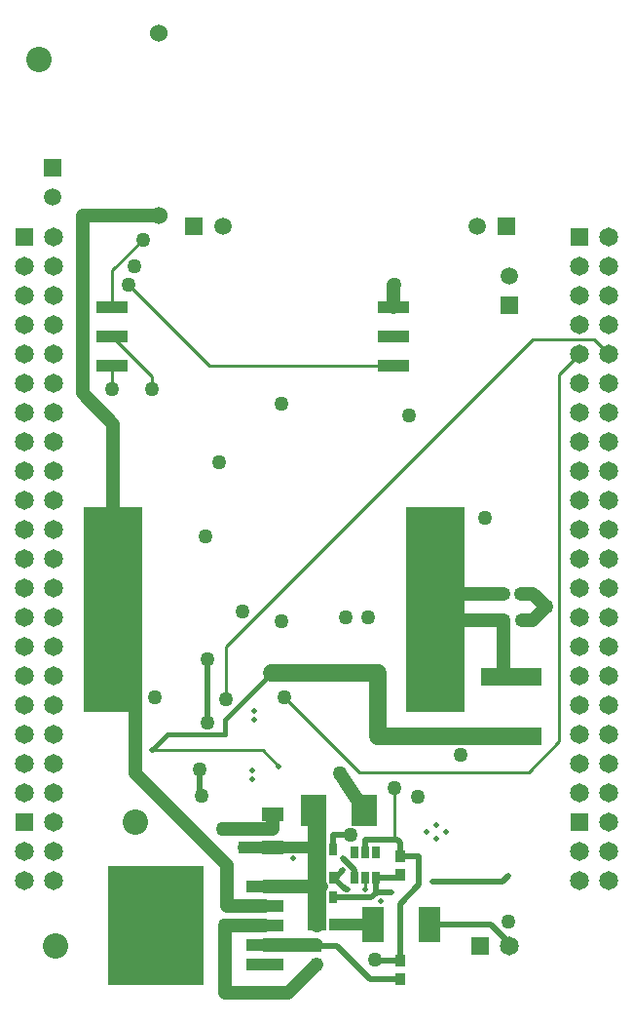
<source format=gbl>
%FSLAX25Y25*%
%MOIN*%
G70*
G01*
G75*
G04 Layer_Physical_Order=4*
G04 Layer_Color=16711680*
%ADD10R,0.03937X0.03740*%
%ADD11R,0.03740X0.03937*%
%ADD12R,0.02362X0.05906*%
%ADD13R,0.02559X0.04331*%
%ADD14R,0.03150X0.02362*%
%ADD15R,0.08465X0.06693*%
%ADD16O,0.00945X0.02362*%
%ADD17R,0.05906X0.07480*%
%ADD18R,0.03150X0.03150*%
%ADD19R,0.04724X0.07874*%
%ADD20O,0.02362X0.00984*%
%ADD21R,0.06300X0.05000*%
%ADD22R,0.04724X0.03937*%
%ADD23R,0.08661X0.03937*%
%ADD24R,0.04331X0.02559*%
%ADD25O,0.02362X0.06299*%
%ADD26O,0.06299X0.02362*%
%ADD27C,0.01000*%
%ADD28C,0.02000*%
%ADD29C,0.01500*%
%ADD30C,0.06300*%
%ADD31C,0.03500*%
%ADD32C,0.02200*%
%ADD33C,0.06500*%
%ADD34C,0.04500*%
%ADD35C,0.06000*%
%ADD36C,0.04000*%
%ADD37R,0.01732X0.00787*%
%ADD38C,0.06000*%
%ADD39C,0.08700*%
%ADD40R,0.05906X0.05906*%
%ADD41C,0.05906*%
%ADD42R,0.06496X0.06496*%
%ADD43C,0.06496*%
%ADD44R,0.05906X0.05906*%
%ADD45R,0.06496X0.06496*%
%ADD46C,0.02000*%
%ADD47C,0.01969*%
%ADD48C,0.05000*%
%ADD49R,0.20079X0.70079*%
%ADD50R,0.32677X0.41142*%
%ADD51R,0.12598X0.04134*%
%ADD52R,0.20866X0.06299*%
%ADD53R,0.08500X0.10799*%
%ADD54R,0.07717X0.12402*%
%ADD55R,0.07284X0.05118*%
%ADD56R,0.11024X0.03937*%
%ADD57R,0.02500X0.04200*%
D10*
X171350Y-208500D02*
D03*
X177650D02*
D03*
X171256Y-199500D02*
D03*
X177555D02*
D03*
D11*
X136000Y-295650D02*
D03*
Y-289350D02*
D03*
Y-331150D02*
D03*
Y-324850D02*
D03*
X107500Y-326150D02*
D03*
Y-319850D02*
D03*
X82500Y-286150D02*
D03*
Y-279850D02*
D03*
D13*
X105760Y-296449D02*
D03*
X109500D02*
D03*
X113240D02*
D03*
Y-287000D02*
D03*
X109500D02*
D03*
X105760D02*
D03*
Y-312724D02*
D03*
X109500D02*
D03*
X113240D02*
D03*
Y-303276D02*
D03*
X109500D02*
D03*
X105760D02*
D03*
D27*
X96500Y-235000D02*
X122000Y-260500D01*
X142000D01*
X37413Y-101646D02*
Y-89087D01*
X48000Y-78500D01*
X37413Y-111646D02*
X51000Y-125232D01*
Y-129500D02*
Y-125232D01*
X37500Y-129500D02*
Y-121732D01*
X70646Y-121646D02*
X133913D01*
X43000Y-94000D02*
X70646Y-121646D01*
X76500Y-235500D02*
Y-217500D01*
X181500Y-112500D01*
X202500D01*
X207500Y-117500D01*
X134000Y-282500D02*
Y-266000D01*
Y-282500D02*
X135000Y-283500D01*
X124000Y-300500D02*
Y-296500D01*
X190500Y-124500D02*
X197500Y-117500D01*
X190500Y-250000D02*
Y-124500D01*
X142000Y-260500D02*
X180000D01*
X190500Y-250000D01*
X89000Y-253000D02*
X94500Y-258500D01*
X51000Y-253000D02*
X89000D01*
D28*
X114051Y-296449D02*
X116500Y-294000D01*
X113240Y-296449D02*
X114051D01*
X116500Y-290000D02*
X120300Y-293800D01*
Y-296500D02*
Y-293800D01*
X113240Y-296449D02*
X117291Y-300500D01*
X118000D01*
X113240Y-303276D02*
X126224D01*
X127700Y-301800D01*
Y-296500D01*
X135150D01*
X136000Y-289350D02*
Y-284500D01*
X135000Y-283500D02*
X136000Y-284500D01*
X124000Y-283500D02*
X135000D01*
X124000Y-287800D02*
Y-283500D01*
X107500Y-319850D02*
X114350D01*
X125650Y-331150D01*
X136000D01*
Y-324850D02*
Y-305500D01*
X142500Y-299000D01*
Y-289350D01*
X136000D02*
X142500D01*
X167000Y-312500D02*
X174000Y-319500D01*
X146165Y-312500D02*
X167000D01*
X70000Y-243500D02*
Y-222000D01*
X128000Y-301500D02*
X133000D01*
X147000Y-298000D02*
X171000D01*
X173000Y-296000D01*
X67500Y-268500D02*
X68000D01*
X67500D02*
Y-259500D01*
X113240Y-287000D02*
Y-282000D01*
X119000D01*
X127850Y-324850D02*
X136000D01*
D29*
X76000Y-242500D02*
X92000Y-226500D01*
X76000Y-247500D02*
Y-242500D01*
X56500Y-247500D02*
X76000D01*
X51000Y-253000D02*
X56500Y-247500D01*
D30*
X107500Y-312000D02*
Y-304000D01*
Y-295500D02*
Y-274201D01*
D34*
X37893Y-205011D02*
Y-141479D01*
X27500Y-131087D02*
X37893Y-141479D01*
X27500Y-131087D02*
Y-70200D01*
X53500D01*
X89622Y-299614D02*
X109000D01*
X89622Y-319693D02*
X107500D01*
X76807Y-306307D02*
X89622D01*
X76807D02*
Y-292307D01*
X45500Y-261000D02*
X76807Y-292307D01*
X45500Y-261000D02*
Y-212618D01*
X153639Y-199500D02*
X171256D01*
X151618Y-208500D02*
X171350D01*
Y-227764D02*
Y-208500D01*
X76000Y-313000D02*
X89622D01*
X97650Y-336000D02*
X107500Y-326150D01*
X76000Y-336000D02*
X97650D01*
X76000D02*
Y-313000D01*
X75500Y-280000D02*
Y-279850D01*
X92500D02*
Y-274791D01*
X82500Y-279850D02*
X92500D01*
X75500D02*
X82500D01*
X115500Y-261000D02*
X123701Y-273500D01*
X177555Y-199500D02*
X181500D01*
X186000Y-204000D01*
X181500Y-208500D02*
X186000Y-204000D01*
X177650Y-208500D02*
X181500D01*
X133913Y-101646D02*
Y-94087D01*
D35*
X128500Y-248236D02*
Y-244000D01*
Y-226500D01*
X92000D02*
X128500D01*
Y-248236D02*
X174000D01*
D36*
X82500Y-286150D02*
X106850D01*
X115000Y-312500D02*
X126835D01*
D38*
X53500Y-7800D02*
D03*
Y-70200D02*
D03*
D39*
X18000Y-320000D02*
D03*
X12500Y-17000D02*
D03*
X45500Y-277500D02*
D03*
D40*
X173500Y-101000D02*
D03*
X17000Y-54000D02*
D03*
D41*
X173500Y-91000D02*
D03*
X17000Y-64000D02*
D03*
X75500Y-74000D02*
D03*
X162500D02*
D03*
D42*
X7500Y-277500D02*
D03*
X197500D02*
D03*
Y-77500D02*
D03*
X7500D02*
D03*
D43*
X17500Y-277500D02*
D03*
X7500Y-287500D02*
D03*
X17500D02*
D03*
X7500Y-297500D02*
D03*
X17500D02*
D03*
X207500Y-277500D02*
D03*
X197500Y-287500D02*
D03*
X207500D02*
D03*
X197500Y-297500D02*
D03*
X207500D02*
D03*
Y-267500D02*
D03*
X197500D02*
D03*
X207500Y-257500D02*
D03*
X197500D02*
D03*
X207500Y-247500D02*
D03*
X197500D02*
D03*
X207500Y-237500D02*
D03*
X197500D02*
D03*
X207500Y-227500D02*
D03*
X197500D02*
D03*
X207500Y-217500D02*
D03*
X197500D02*
D03*
X207500Y-207500D02*
D03*
X197500D02*
D03*
X207500Y-197500D02*
D03*
X197500D02*
D03*
X207500Y-187500D02*
D03*
X197500D02*
D03*
X207500Y-177500D02*
D03*
X197500D02*
D03*
X207500Y-137500D02*
D03*
X197500D02*
D03*
X207500Y-127500D02*
D03*
X197500D02*
D03*
X207500Y-117500D02*
D03*
X197500D02*
D03*
X207500Y-107500D02*
D03*
X197500D02*
D03*
X207500Y-97500D02*
D03*
X197500D02*
D03*
X207500Y-87500D02*
D03*
X197500D02*
D03*
X207500Y-77500D02*
D03*
X197500Y-147500D02*
D03*
X207500D02*
D03*
X197500Y-157500D02*
D03*
X207500D02*
D03*
X197500Y-167500D02*
D03*
X207500D02*
D03*
X17500Y-267500D02*
D03*
X7500D02*
D03*
X17500Y-257500D02*
D03*
X7500D02*
D03*
X17500Y-247500D02*
D03*
X7500D02*
D03*
X17500Y-237500D02*
D03*
X7500D02*
D03*
X17500Y-227500D02*
D03*
X7500D02*
D03*
X17500Y-217500D02*
D03*
X7500D02*
D03*
X17500Y-207500D02*
D03*
X7500D02*
D03*
X17500Y-197500D02*
D03*
X7500D02*
D03*
X17500Y-187500D02*
D03*
X7500D02*
D03*
X17500Y-177500D02*
D03*
X7500D02*
D03*
X17500Y-137500D02*
D03*
X7500D02*
D03*
X17500Y-127500D02*
D03*
X7500D02*
D03*
X17500Y-117500D02*
D03*
X7500D02*
D03*
X17500Y-107500D02*
D03*
X7500D02*
D03*
X17500Y-97500D02*
D03*
X7500D02*
D03*
X17500Y-87500D02*
D03*
X7500D02*
D03*
X17500Y-77500D02*
D03*
X7500Y-147500D02*
D03*
X17500D02*
D03*
X7500Y-157500D02*
D03*
X17500D02*
D03*
X7500Y-167500D02*
D03*
X17500D02*
D03*
X173500Y-320000D02*
D03*
D44*
X65500Y-74000D02*
D03*
X172500D02*
D03*
D45*
X163500Y-320000D02*
D03*
D46*
X129500Y-304500D02*
D03*
X99500Y-290000D02*
D03*
X116500Y-294000D02*
D03*
Y-290000D02*
D03*
X94500Y-258500D02*
D03*
X51000Y-253000D02*
D03*
X133000Y-301500D02*
D03*
X147000Y-298000D02*
D03*
X173000Y-296000D02*
D03*
X124000Y-300500D02*
D03*
X118000D02*
D03*
D47*
X151748Y-281000D02*
D03*
X148500Y-278638D02*
D03*
X145252Y-281000D02*
D03*
X148500Y-283362D02*
D03*
X85500Y-259950D02*
D03*
Y-263050D02*
D03*
X86000Y-239450D02*
D03*
Y-242550D02*
D03*
D48*
X142000Y-269000D02*
D03*
X128500Y-244000D02*
D03*
X96500Y-235000D02*
D03*
X76500Y-235500D02*
D03*
X48000Y-78500D02*
D03*
X51000Y-129500D02*
D03*
X37500D02*
D03*
X43000Y-94000D02*
D03*
X67500Y-259500D02*
D03*
X70000Y-222000D02*
D03*
Y-243500D02*
D03*
X92000Y-226500D02*
D03*
X134000Y-266000D02*
D03*
X115500Y-261000D02*
D03*
X52000Y-235000D02*
D03*
X125000Y-207500D02*
D03*
X117500D02*
D03*
X82000Y-205500D02*
D03*
X156799Y-254701D02*
D03*
X173000Y-311500D02*
D03*
X165000Y-173500D02*
D03*
X69500Y-180000D02*
D03*
X74000Y-154500D02*
D03*
X95500Y-134500D02*
D03*
X139000Y-138500D02*
D03*
X45000Y-87500D02*
D03*
X95319Y-209000D02*
D03*
X76000Y-313000D02*
D03*
X75500Y-280000D02*
D03*
X186000Y-204000D02*
D03*
X134000Y-94000D02*
D03*
X68000Y-268500D02*
D03*
X119000Y-282000D02*
D03*
X127500Y-324500D02*
D03*
D49*
X148129Y-205011D02*
D03*
X37893D02*
D03*
D50*
X52417Y-313000D02*
D03*
D51*
X89622Y-326386D02*
D03*
Y-319693D02*
D03*
Y-313000D02*
D03*
Y-306307D02*
D03*
Y-299614D02*
D03*
D52*
X174000Y-248236D02*
D03*
Y-227764D02*
D03*
D53*
X106299Y-273500D02*
D03*
X123701D02*
D03*
D54*
X126835Y-312500D02*
D03*
X146165D02*
D03*
D55*
X92500Y-286209D02*
D03*
Y-274791D02*
D03*
D56*
X37413Y-121646D02*
D03*
Y-111646D02*
D03*
Y-101646D02*
D03*
X133913Y-121646D02*
D03*
Y-111646D02*
D03*
Y-101646D02*
D03*
D57*
X127700Y-296500D02*
D03*
X124000D02*
D03*
X120300D02*
D03*
Y-287800D02*
D03*
X124000D02*
D03*
X127700D02*
D03*
M02*

</source>
